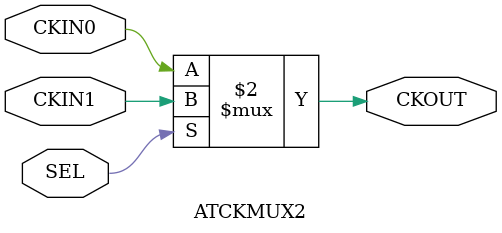
<source format=v>
module ATCKMUX2
    (
     SEL,
     CKIN0,
     CKIN1,
     CKOUT
     );
input SEL;
input CKIN0;
input CKIN1;
output CKOUT;
//assign O = SEL ? I1 : I0;
reg    CKOUT;
always @(CKIN0 or CKIN1 or SEL)
    begin
//    #0.3;
    CKOUT = SEL ? CKIN1 : CKIN0;
    end
endmodule

</source>
